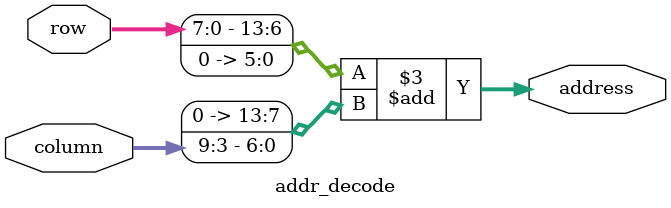
<source format=v>
module addr_decode(
  input [9:0] row,
  input [9:0] column,
  output [13:0] address
);

//por enquanto coloca o quadro virtual no canto superior esquerdo
//depois precisa calcular a posicao e colocar no meio da tela
assign address = (row << 6) + (column >> 3);

endmodule
</source>
